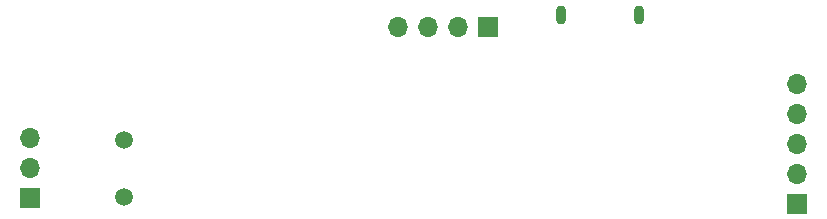
<source format=gbs>
%TF.GenerationSoftware,KiCad,Pcbnew,9.0.0*%
%TF.CreationDate,2025-08-28T17:52:35+02:00*%
%TF.ProjectId,audioVisualizer_PCB,61756469-6f56-4697-9375-616c697a6572,rev?*%
%TF.SameCoordinates,Original*%
%TF.FileFunction,Soldermask,Bot*%
%TF.FilePolarity,Negative*%
%FSLAX46Y46*%
G04 Gerber Fmt 4.6, Leading zero omitted, Abs format (unit mm)*
G04 Created by KiCad (PCBNEW 9.0.0) date 2025-08-28 17:52:35*
%MOMM*%
%LPD*%
G01*
G04 APERTURE LIST*
%ADD10O,0.900000X1.600000*%
%ADD11R,1.700000X1.700000*%
%ADD12O,1.700000X1.700000*%
%ADD13C,1.500000*%
G04 APERTURE END LIST*
D10*
%TO.C,J2*%
X158600000Y-43000000D03*
X152000000Y-43000000D03*
%TD*%
D11*
%TO.C,J1*%
X107000000Y-58500000D03*
D12*
X107000000Y-55960000D03*
X107000000Y-53420000D03*
%TD*%
D11*
%TO.C,JTAG*%
X145800000Y-44000000D03*
D12*
X143260000Y-44000000D03*
X140720000Y-44000000D03*
X138180000Y-44000000D03*
%TD*%
D13*
%TO.C,Y1*%
X115000000Y-58450000D03*
X115000000Y-53570000D03*
%TD*%
D11*
%TO.C,J3*%
X172000000Y-59000000D03*
D12*
X172000000Y-56460000D03*
X172000000Y-53920000D03*
X172000000Y-51380000D03*
X172000000Y-48840000D03*
%TD*%
M02*

</source>
